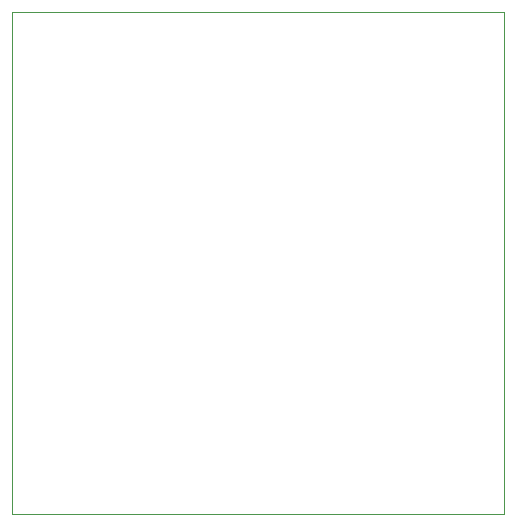
<source format=gbr>
G04 ===== Begin FILE IDENTIFICATION =====*
G04 File Format:  Gerber RS274X*
G04 ===== End FILE IDENTIFICATION =====*
%FSLAX24Y24*%
%MOIN*%
%SFA1.0000B1.0000*%
%OFA0.0B0.0*%
%ADD14C,0.000025*%
%LNbound*%
%IPPOS*%
%LPD*%
G75*
D14*
G01X-11150Y7550D02*
G01X5250D01*
G01Y-9200D01*
G01X-11150D01*
G01Y7550D01*
M02*


</source>
